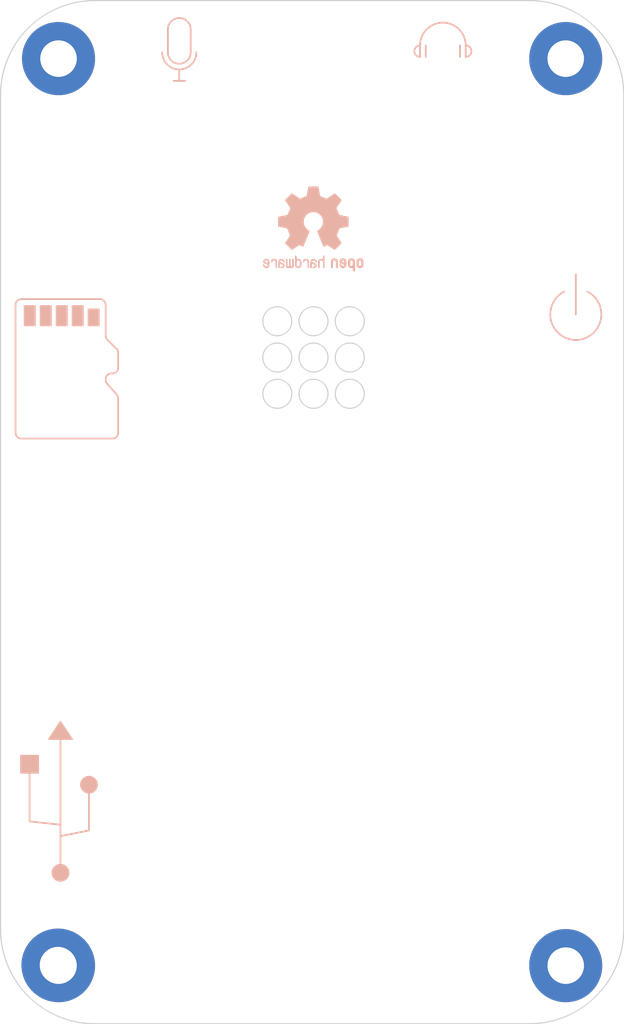
<source format=kicad_pcb>
(kicad_pcb (version 20221018) (generator pcbnew)
  (layers (0 "F.Cu" signal) (31 "B.Cu" signal) (34 "B.Paste" user) (35 "F.Paste" user) (36 "B.SilkS" user "B.Silkscreen") (37 "F.SilkS" user "F.Silkscreen") (38 "B.Mask" user) (39 "F.Mask" user) (44 "Edge.Cuts" user))
  (net 0 "")
  (net 1 "GND")
  (footprint "MountingHole:MountingHole_3.2mm_M3_Pad" (layer "F.Cu") (at 129.417834 133.227834)
    (fp_text reference "H3" hide)
    (fp_text value "MountingHole_Pad" hide)
    (pad "1" thru_hole circle (at 0 0) (size 6.4 6.4) (drill 3.2) (layers "*.Cu" "*.Mask") (net 1 "GND"))
  )
  (footprint "MountingHole:MountingHole_3.2mm_M3_Pad" (layer "F.Cu") (at 129.417834 53.852834)
    (fp_text reference "H1" hide)
    (fp_text value "MountingHole_Pad" hide)
    (pad "1" thru_hole circle (at 0 0) (size 6.4 6.4) (drill 3.2) (layers "*.Cu" "*.Mask") (net 1 "GND"))
  )
  (footprint "" (layer "F.Cu") (at 129.37 133.185)
    (fp_text reference "" (at 0 0) (layer "F.SilkS") (effects (font (size 1.27 1.27))))
    (fp_text value "" (at 0 0) (layer "F.SilkS") (effects (font (size 1.27 1.27))))
    (pad "1" thru_hole circle (at 0 0) (size 6.4 6.4) (drill 3.2) (layers "*.Cu" "*.Mask") (net 1 "GND"))
  )
  (footprint "MountingHole:MountingHole_3.2mm_M3_Pad" (layer "F.Cu") (at 173.867834 133.227834)
    (fp_text reference "H4" hide)
    (fp_text value "MountingHole_Pad" hide)
    (pad "1" thru_hole circle (at 0 0) (size 6.4 6.4) (drill 3.2) (layers "*.Cu" "*.Mask") (net 1 "GND"))
  )
  (footprint "MountingHole:MountingHole_3.2mm_M3_Pad" (layer "F.Cu") (at 173.867834 53.852834)
    (fp_text reference "H2" hide)
    (fp_text value "MountingHole_Pad" hide)
    (pad "1" thru_hole circle (at 0 0) (size 6.4 6.4) (drill 3.2) (layers "*.Cu" "*.Mask") (net 1 "GND"))
  )
  (footprint "Symbol:OSHW-Logo2_9.8x8mm_SilkScreen" (layer "B.Cu") (at 151.75 68.75 180)
    (fp_text reference "REF**" hide)
    (fp_text value "OSHW-Logo2_9.8x8mm_SilkScreen" hide)
    (fp_poly (pts (xy 3.570807 -2.636782) (xy 3.594161 -2.646988) (xy 3.649902 -2.691134) (xy 3.697569 -2.754967) (xy 3.727048 -2.823087) (xy 3.731846 -2.85667) (xy 3.71576 -2.903556) (xy 3.680475 -2.928365) (xy 3.642644 -2.943387) (xy 3.625321 -2.946155) (xy 3.616886 -2.926066) (xy 3.60023 -2.882351) (xy 3.592923 -2.862598) (xy 3.551948 -2.794271) (xy 3.492622 -2.760191) (xy 3.416552 -2.761239) (xy 3.410918 -2.762581) (xy 3.370305 -2.781836) (xy 3.340448 -2.819375) (xy 3.320055 -2.879809) (xy 3.307836 -2.967751) (xy 3.3025 -3.087813) (xy 3.302 -3.151698) (xy 3.301752 -3.252403) (xy 3.300126 -3.321054) (xy 3.295801 -3.364673) (xy 3.287454 -3.390282) (xy 3.273765 -3.404903) (xy 3.253411 -3.415558) (xy 3.252234 -3.416095) (xy 3.213038 -3.432667) (xy 3.193619 -3.438769) (xy 3.190635 -3.420319) (xy 3.188081 -3.369323) (xy 3.18614 -3.292308) (xy 3.184997 -3.195805) (xy 3.184769 -3.125184) (xy 3.185932 -2.988525) (xy 3.190479 -2.884851) (xy 3.199999 -2.808108) (xy 3.216081 -2.752246) (xy 3.240313 -2.711212) (xy 3.274286 -2.678954) (xy 3.307833 -2.65644) (xy 3.388499 -2.626476) (xy 3.482381 -2.619718) (xy 3.570807 -2.636782)) (stroke (width 0.01)) (fill solid) (layer "B.SilkS"))
    (fp_poly (pts (xy -1.728336 -2.595089) (xy -1.665633 -2.631358) (xy -1.622039 -2.667358) (xy -1.590155 -2.705075) (xy -1.56819 -2.751199) (xy -1.554351 -2.812421) (xy -1.546847 -2.895431) (xy -1.543883 -3.006919) (xy -1.543539 -3.087062) (xy -1.543539 -3.382065) (xy -1.709615 -3.456515) (xy -1.719385 -3.133402) (xy -1.723421 -3.012729) (xy -1.727656 -2.925141) (xy -1.732903 -2.86465) (xy -1.739975 -2.825268) (xy -1.749689 -2.801007) (xy -1.762856 -2.78588) (xy -1.767081 -2.782606) (xy -1.831091 -2.757034) (xy -1.895792 -2.767153) (xy -1.934308 -2.794) (xy -1.949975 -2.813024) (xy -1.96082 -2.837988) (xy -1.967712 -2.875834) (xy -1.971521 -2.933502) (xy -1.973117 -3.017935) (xy -1.973385 -3.105928) (xy -1.973437 -3.216323) (xy -1.975328 -3.294463) (xy -1.981655 -3.347165) (xy -1.995017 -3.381242) (xy -2.018015 -3.403511) (xy -2.053246 -3.420787) (xy -2.100303 -3.438738) (xy -2.151697 -3.458278) (xy -2.145579 -3.111485) (xy -2.143116 -2.986468) (xy -2.140233 -2.894082) (xy -2.136102 -2.827881) (xy -2.129893 -2.78142) (xy -2.120774 -2.748256) (xy -2.107917 -2.721944) (xy -2.092416 -2.698729) (xy -2.017629 -2.624569) (xy -1.926372 -2.581684) (xy -1.827117 -2.571412) (xy -1.728336 -2.595089)) (stroke (width 0.01)) (fill solid) (layer "B.SilkS"))
    (fp_poly (pts (xy 0.713362 -2.62467) (xy 0.802117 -2.657421) (xy 0.874022 -2.71535) (xy 0.902144 -2.756128) (xy 0.932802 -2.830954) (xy 0.932165 -2.885058) (xy 0.899987 -2.921446) (xy 0.888081 -2.927633) (xy 0.836675 -2.946925) (xy 0.810422 -2.941982) (xy 0.80153 -2.909587) (xy 0.801077 -2.891692) (xy 0.784797 -2.825859) (xy 0.742365 -2.779807) (xy 0.683388 -2.757564) (xy 0.617475 -2.763161) (xy 0.563895 -2.792229) (xy 0.545798 -2.80881) (xy 0.532971 -2.828925) (xy 0.524306 -2.859332) (xy 0.518696 -2.906788) (xy 0.515035 -2.97805) (xy 0.512215 -3.079875) (xy 0.511484 -3.112115) (xy 0.50882 -3.22241) (xy 0.505792 -3.300036) (xy 0.50125 -3.351396) (xy 0.494046 -3.38289) (xy 0.483033 -3.40092) (xy 0.46706 -3.411888) (xy 0.456834 -3.416733) (xy 0.413406 -3.433301) (xy 0.387842 -3.438769) (xy 0.379395 -3.420507) (xy 0.374239 -3.365296) (xy 0.372346 -3.272499) (xy 0.373689 -3.141478) (xy 0.374107 -3.121269) (xy 0.377058 -3.001733) (xy 0.380548 -2.914449) (xy 0.385514 -2.852591) (xy 0.392893 -2.809336) (xy 0.403624 -2.77786) (xy 0.418645 -2.751339) (xy 0.426502 -2.739975) (xy 0.471553 -2.689692) (xy 0.52194 -2.650581) (xy 0.528108 -2.647167) (xy 0.618458 -2.620212) (xy 0.713362 -2.62467)) (stroke (width 0.01)) (fill solid) (layer "B.SilkS"))
    (fp_poly (pts (xy -0.840154 -2.49212) (xy -0.834428 -2.57198) (xy -0.827851 -2.619039) (xy -0.818738 -2.639566) (xy -0.805402 -2.639829) (xy -0.801077 -2.637378) (xy -0.743556 -2.619636) (xy -0.668732 -2.620672) (xy -0.592661 -2.63891) (xy -0.545082 -2.662505) (xy -0.496298 -2.700198) (xy -0.460636 -2.742855) (xy -0.436155 -2.797057) (xy -0.420913 -2.869384) (xy -0.41297 -2.966419) (xy -0.410384 -3.094742) (xy -0.410338 -3.119358) (xy -0.410308 -3.39587) (xy -0.471839 -3.41732) (xy -0.515541 -3.431912) (xy -0.539518 -3.438706) (xy -0.540223 -3.438769) (xy -0.542585 -3.420345) (xy -0.544594 -3.369526) (xy -0.546099 -3.292993) (xy -0.546947 -3.19743) (xy -0.547077 -3.139329) (xy -0.547349 -3.024771) (xy -0.548748 -2.942667) (xy -0.552151 -2.886393) (xy -0.558433 -2.849326) (xy -0.568471 -2.824844) (xy -0.583139 -2.806325) (xy -0.592298 -2.797406) (xy -0.655211 -2.761466) (xy -0.723864 -2.758775) (xy -0.786152 -2.78917) (xy -0.797671 -2.800144) (xy -0.814567 -2.820779) (xy -0.826286 -2.845256) (xy -0.833767 -2.880647) (xy -0.837946 -2.934026) (xy -0.839763 -3.012466) (xy -0.840154 -3.120617) (xy -0.840154 -3.39587) (xy -0.901685 -3.41732) (xy -0.945387 -3.431912) (xy -0.969364 -3.438706) (xy -0.97007 -3.438769) (xy -0.971874 -3.420069) (xy -0.9735 -3.367322) (xy -0.974883 -3.285557) (xy -0.975958 -3.179805) (xy -0.97666 -3.055094) (xy -0.976923 -2.916455) (xy -0.976923 -2.381806) (xy -0.849923 -2.328236) (xy -0.840154 -2.49212)) (stroke (width 0.01)) (fill solid) (layer "B.SilkS"))
    (fp_poly (pts (xy 2.395929 -2.636662) (xy 2.398911 -2.688068) (xy 2.401247 -2.766192) (xy 2.402749 -2.864857) (xy 2.403231 -2.968343) (xy 2.403231 -3.318533) (xy 2.341401 -3.380363) (xy 2.298793 -3.418462) (xy 2.26139 -3.433895) (xy 2.21027 -3.432918) (xy 2.189978 -3.430433) (xy 2.126554 -3.4232) (xy 2.074095 -3.419055) (xy 2.061308 -3.418672) (xy 2.018199 -3.421176) (xy 1.956544 -3.427462) (xy 1.932638 -3.430433) (xy 1.873922 -3.435028) (xy 1.834464 -3.425046) (xy 1.795338 -3.394228) (xy 1.781215 -3.380363) (xy 1.719385 -3.318533) (xy 1.719385 -2.663503) (xy 1.76915 -2.640829) (xy 1.812002 -2.624034) (xy 1.837073 -2.618154) (xy 1.843501 -2.636736) (xy 1.849509 -2.688655) (xy 1.854697 -2.768172) (xy 1.858664 -2.869546) (xy 1.860577 -2.955192) (xy 1.865923 -3.292231) (xy 1.91256 -3.298825) (xy 1.954976 -3.294214) (xy 1.97576 -3.279287) (xy 1.98157 -3.251377) (xy 1.98653 -3.191925) (xy 1.990246 -3.108466) (xy 1.992324 -3.008532) (xy 1.992624 -2.957104) (xy 1.992923 -2.661054) (xy 2.054454 -2.639604) (xy 2.098004 -2.62502) (xy 2.121694 -2.618219) (xy 2.122377 -2.618154) (xy 2.124754 -2.636642) (xy 2.127366 -2.687906) (xy 2.129995 -2.765649) (xy 2.132421 -2.863574) (xy 2.134115 -2.955192) (xy 2.139461 -3.292231) (xy 2.256692 -3.292231) (xy 2.262072 -2.984746) (xy 2.267451 -2.677261) (xy 2.324601 -2.647707) (xy 2.366797 -2.627413) (xy 2.39177 -2.618204) (xy 2.392491 -2.618154) (xy 2.395929 -2.636662)) (stroke (width 0.01)) (fill solid) (layer "B.SilkS"))
    (fp_poly (pts (xy -3.983114 -2.587256) (xy -3.891536 -2.635409) (xy -3.823951 -2.712905) (xy -3.799943 -2.762727) (xy -3.781262 -2.837533) (xy -3.771699 -2.932052) (xy -3.770792 -3.03521) (xy -3.778079 -3.135935) (xy -3.793097 -3.223153) (xy -3.815385 -3.285791) (xy -3.822235 -3.296579) (xy -3.903368 -3.377105) (xy -3.999734 -3.425336) (xy -4.104299 -3.43945) (xy -4.210032 -3.417629) (xy -4.239457 -3.404547) (xy -4.296759 -3.364231) (xy -4.34705 -3.310775) (xy -4.351803 -3.303995) (xy -4.371122 -3.271321) (xy -4.383892 -3.236394) (xy -4.391436 -3.190414) (xy -4.395076 -3.124584) (xy -4.396135 -3.030105) (xy -4.396154 -3.008923) (xy -4.396106 -3.002182) (xy -4.200769 -3.002182) (xy -4.199632 -3.091349) (xy -4.195159 -3.15052) (xy -4.185754 -3.188741) (xy -4.169824 -3.215053) (xy -4.161692 -3.223846) (xy -4.114942 -3.257261) (xy -4.069553 -3.255737) (xy -4.02366 -3.226752) (xy -3.996288 -3.195809) (xy -3.980077 -3.150643) (xy -3.970974 -3.07942) (xy -3.970349 -3.071114) (xy -3.968796 -2.942037) (xy -3.985035 -2.846172) (xy -4.018848 -2.784107) (xy -4.070016 -2.756432) (xy -4.08828 -2.754923) (xy -4.13624 -2.762513) (xy -4.169047 -2.788808) (xy -4.189105 -2.839095) (xy -4.198822 -2.918664) (xy -4.200769 -3.002182) (xy -4.396106 -3.002182) (xy -4.395426 -2.908249) (xy -4.392371 -2.837906) (xy -4.385678 -2.789163) (xy -4.37404 -2.753288) (xy -4.356147 -2.721548) (xy -4.352192 -2.715648) (xy -4.285733 -2.636104) (xy -4.213315 -2.589929) (xy -4.125151 -2.571599) (xy -4.095213 -2.570703) (xy -3.983114 -2.587256)) (stroke (width 0.01)) (fill solid) (layer "B.SilkS"))
    (fp_poly (pts (xy 4.245224 -2.647838) (xy 4.322528 -2.698361) (xy 4.359814 -2.74359) (xy 4.389353 -2.825663) (xy 4.391699 -2.890607) (xy 4.386385 -2.977445) (xy 4.186115 -3.065103) (xy 4.088739 -3.109887) (xy 4.025113 -3.145913) (xy 3.992029 -3.177117) (xy 3.98628 -3.207436) (xy 4.004658 -3.240805) (xy 4.024923 -3.262923) (xy 4.083889 -3.298393) (xy 4.148024 -3.300879) (xy 4.206926 -3.273235) (xy 4.250197 -3.21832) (xy 4.257936 -3.198928) (xy 4.295006 -3.138364) (xy 4.337654 -3.112552) (xy 4.396154 -3.090471) (xy 4.396154 -3.174184) (xy 4.390982 -3.23115) (xy 4.370723 -3.279189) (xy 4.328262 -3.334346) (xy 4.321951 -3.341514) (xy 4.27472 -3.390585) (xy 4.234121 -3.41692) (xy 4.183328 -3.429035) (xy 4.14122 -3.433003) (xy 4.065902 -3.433991) (xy 4.012286 -3.421466) (xy 3.978838 -3.402869) (xy 3.926268 -3.361975) (xy 3.889879 -3.317748) (xy 3.86685 -3.262126) (xy 3.854359 -3.187047) (xy 3.849587 -3.084449) (xy 3.849206 -3.032376) (xy 3.850501 -2.969948) (xy 3.968471 -2.969948) (xy 3.969839 -3.003438) (xy 3.973249 -3.008923) (xy 3.995753 -3.001472) (xy 4.044182 -2.981753) (xy 4.108908 -2.953718) (xy 4.122443 -2.947692) (xy 4.204244 -2.906096) (xy 4.249312 -2.869538) (xy 4.259217 -2.835296) (xy 4.235526 -2.800648) (xy 4.21596 -2.785339) (xy 4.14536 -2.754721) (xy 4.07928 -2.75978) (xy 4.023959 -2.797151) (xy 3.985636 -2.863473) (xy 3.973349 -2.916116) (xy 3.968471 -2.969948) (xy 3.850501 -2.969948) (xy 3.85173 -2.91072) (xy 3.861032 -2.82071) (xy 3.87946 -2.755167) (xy 3.90936 -2.706912) (xy 3.95308 -2.668767) (xy 3.972141 -2.65644) (xy 4.058726 -2.624336) (xy 4.153522 -2.622316) (xy 4.245224 -2.647838)) (stroke (width 0.01)) (fill solid) (layer "B.SilkS"))
    (fp_poly (pts (xy 1.602081 -2.780289) (xy 1.601833 -2.92632) (xy 1.600872 -3.038655) (xy 1.598794 -3.122678) (xy 1.595193 -3.183769) (xy 1.589665 -3.227309) (xy 1.581804 -3.258679) (xy 1.571207 -3.283262) (xy 1.563182 -3.297294) (xy 1.496728 -3.373388) (xy 1.41247 -3.421084) (xy 1.319249 -3.438199) (xy 1.2259 -3.422546) (xy 1.170312 -3.394418) (xy 1.111957 -3.34576) (xy 1.072186 -3.286333) (xy 1.04819 -3.208507) (xy 1.037161 -3.104652) (xy 1.035599 -3.028462) (xy 1.035809 -3.022986) (xy 1.172308 -3.022986) (xy 1.173141 -3.110355) (xy 1.176961 -3.168192) (xy 1.185746 -3.206029) (xy 1.201474 -3.233398) (xy 1.220266 -3.254042) (xy 1.283375 -3.29389) (xy 1.351137 -3.297295) (xy 1.415179 -3.264025) (xy 1.420164 -3.259517) (xy 1.441439 -3.236067) (xy 1.454779 -3.208166) (xy 1.462001 -3.166641) (xy 1.464923 -3.102316) (xy 1.465385 -3.0312) (xy 1.464383 -2.941858) (xy 1.460238 -2.882258) (xy 1.451236 -2.843089) (xy 1.435667 -2.81504) (xy 1.422902 -2.800144) (xy 1.3636 -2.762575) (xy 1.295301 -2.758057) (xy 1.23011 -2.786753) (xy 1.217528 -2.797406) (xy 1.196111 -2.821063) (xy 1.182744 -2.849251) (xy 1.175566 -2.891245) (xy 1.172719 -2.956319) (xy 1.172308 -3.022986) (xy 1.035809 -3.022986) (xy 1.040322 -2.905765) (xy 1.056362 -2.813577) (xy 1.086528 -2.744269) (xy 1.133629 -2.690211) (xy 1.170312 -2.662505) (xy 1.23699 -2.632572) (xy 1.314272 -2.618678) (xy 1.38611 -2.622397) (xy 1.426308 -2.6374) (xy 1.442082 -2.64167) (xy 1.45255 -2.62575) (xy 1.459856 -2.583089) (xy 1.465385 -2.518106) (xy 1.471437 -2.445732) (xy 1.479844 -2.402187) (xy 1.495141 -2.377287) (xy 1.521864 -2.360845) (xy 1.538654 -2.353564) (xy 1.602154 -2.326963) (xy 1.602081 -2.780289)) (stroke (width 0.01)) (fill solid) (layer "B.SilkS"))
    (fp_poly (pts (xy -2.465746 -2.599745) (xy -2.388714 -2.651567) (xy -2.329184 -2.726412) (xy -2.293622 -2.821654) (xy -2.286429 -2.891756) (xy -2.287246 -2.921009) (xy -2.294086 -2.943407) (xy -2.312888 -2.963474) (xy -2.349592 -2.985733) (xy -2.410138 -3.014709) (xy -2.500466 -3.054927) (xy -2.500923 -3.055129) (xy -2.584067 -3.09321) (xy -2.652247 -3.127025) (xy -2.698495 -3.152933) (xy -2.715842 -3.167295) (xy -2.715846 -3.167411) (xy -2.700557 -3.198685) (xy -2.664804 -3.233157) (xy -2.623758 -3.25799) (xy -2.602963 -3.262923) (xy -2.54623 -3.245862) (xy -2.497373 -3.203133) (xy -2.473535 -3.156155) (xy -2.450603 -3.121522) (xy -2.405682 -3.082081) (xy -2.352877 -3.048009) (xy -2.30629 -3.02948) (xy -2.296548 -3.028462) (xy -2.285582 -3.045215) (xy -2.284921 -3.088039) (xy -2.29298 -3.145781) (xy -2.308173 -3.207289) (xy -2.328914 -3.261409) (xy -2.329962 -3.26351) (xy -2.392379 -3.35066) (xy -2.473274 -3.409939) (xy -2.565144 -3.439034) (xy -2.660487 -3.435634) (xy -2.751802 -3.397428) (xy -2.755862 -3.394741) (xy -2.827694 -3.329642) (xy -2.874927 -3.244705) (xy -2.901066 -3.133021) (xy -2.904574 -3.101643) (xy -2.910787 -2.953536) (xy -2.903339 -2.884468) (xy -2.715846 -2.884468) (xy -2.71341 -2.927552) (xy -2.700086 -2.940126) (xy -2.666868 -2.930719) (xy -2.614506 -2.908483) (xy -2.555976 -2.88061) (xy -2.554521 -2.879872) (xy -2.504911 -2.853777) (xy -2.485 -2.836363) (xy -2.48991 -2.818107) (xy -2.510584 -2.79412) (xy -2.563181 -2.759406) (xy -2.619823 -2.756856) (xy -2.670631 -2.782119) (xy -2.705724 -2.830847) (xy -2.715846 -2.884468) (xy -2.903339 -2.884468) (xy -2.898008 -2.835036) (xy -2.865222 -2.741055) (xy -2.819579 -2.675215) (xy -2.737198 -2.608681) (xy -2.646454 -2.575676) (xy -2.553815 -2.573573) (xy -2.465746 -2.599745)) (stroke (width 0.01)) (fill solid) (layer "B.SilkS"))
    (fp_poly (pts (xy 0.053501 -2.626303) (xy 0.13006 -2.654733) (xy 0.130936 -2.655279) (xy 0.178285 -2.690127) (xy 0.213241 -2.730852) (xy 0.237825 -2.783925) (xy 0.254062 -2.855814) (xy 0.263975 -2.952992) (xy 0.269586 -3.081928) (xy 0.270077 -3.100298) (xy 0.277141 -3.377287) (xy 0.217695 -3.408028) (xy 0.174681 -3.428802) (xy 0.14871 -3.438646) (xy 0.147509 -3.438769) (xy 0.143014 -3.420606) (xy 0.139444 -3.371612) (xy 0.137248 -3.300031) (xy 0.136769 -3.242068) (xy 0.136758 -3.14817) (xy 0.132466 -3.089203) (xy 0.117503 -3.061079) (xy 0.085482 -3.059706) (xy 0.030014 -3.080998) (xy -0.053731 -3.120136) (xy -0.115311 -3.152643) (xy -0.146983 -3.180845) (xy -0.156294 -3.211582) (xy -0.156308 -3.213104) (xy -0.140943 -3.266054) (xy -0.095453 -3.29466) (xy -0.025834 -3.298803) (xy 0.024313 -3.298084) (xy 0.050754 -3.312527) (xy 0.067243 -3.347218) (xy 0.076733 -3.391416) (xy 0.063057 -3.416493) (xy 0.057907 -3.420082) (xy 0.009425 -3.434496) (xy -0.058469 -3.436537) (xy -0.128388 -3.426983) (xy -0.177932 -3.409522) (xy -0.24643 -3.351364) (xy -0.285366 -3.270408) (xy -0.293077 -3.20716) (xy -0.287193 -3.150111) (xy -0.265899 -3.103542) (xy -0.223735 -3.062181) (xy -0.155241 -3.020755) (xy -0.054956 -2.973993) (xy -0.048846 -2.97135) (xy 0.04149 -2.929617) (xy 0.097235 -2.895391) (xy 0.121129 -2.864635) (xy 0.115913 -2.833311) (xy 0.084328 -2.797383) (xy 0.074883 -2.789116) (xy 0.011617 -2.757058) (xy -0.053936 -2.758407) (xy -0.111028 -2.789838) (xy -0.148907 -2.848024) (xy -0.152426 -2.859446) (xy -0.1867 -2.914837) (xy -0.230191 -2.941518) (xy -0.293077 -2.96796) (xy -0.293077 -2.899548) (xy -0.273948 -2.80011) (xy -0.217169 -2.708902) (xy -0.187622 -2.678389) (xy -0.120458 -2.639228) (xy -0.035044 -2.6215) (xy 0.053501 -2.626303)) (stroke (width 0.01)) (fill solid) (layer "B.SilkS"))
    (fp_poly (pts (xy -3.231114 -2.584505) (xy -3.156461 -2.621727) (xy -3.090569 -2.690261) (xy -3.072423 -2.715648) (xy -3.052655 -2.748866) (xy -3.039828 -2.784945) (xy -3.03249 -2.833098) (xy -3.029187 -2.902536) (xy -3.028462 -2.994206) (xy -3.031737 -3.11983) (xy -3.043123 -3.214154) (xy -3.064959 -3.284523) (xy -3.099581 -3.338286) (xy -3.14933 -3.382788) (xy -3.152986 -3.385423) (xy -3.202015 -3.412377) (xy -3.261055 -3.425712) (xy -3.336141 -3.429) (xy -3.458205 -3.429) (xy -3.458256 -3.547497) (xy -3.459392 -3.613492) (xy -3.466314 -3.652202) (xy -3.484402 -3.675419) (xy -3.519038 -3.694933) (xy -3.527355 -3.69892) (xy -3.56628 -3.717603) (xy -3.596417 -3.729403) (xy -3.618826 -3.730422) (xy -3.634567 -3.716761) (xy -3.644698 -3.684522) (xy -3.650277 -3.629804) (xy -3.652365 -3.548711) (xy -3.652019 -3.437344) (xy -3.6503 -3.291802) (xy -3.649763 -3.248269) (xy -3.647828 -3.098205) (xy -3.646096 -3.000042) (xy -3.458308 -3.000042) (xy -3.457252 -3.083364) (xy -3.452562 -3.13788) (xy -3.441949 -3.173837) (xy -3.423128 -3.201482) (xy -3.41035 -3.214965) (xy -3.35811 -3.254417) (xy -3.311858 -3.257628) (xy -3.264133 -3.225049) (xy -3.262923 -3.223846) (xy -3.243506 -3.198668) (xy -3.231693 -3.164447) (xy -3.225735 -3.111748) (xy -3.22388 -3.031131) (xy -3.223846 -3.013271) (xy -3.22833 -2.902175) (xy -3.242926 -2.825161) (xy -3.26935 -2.778147) (xy -3.309317 -2.75705) (xy -3.332416 -2.754923) (xy -3.387238 -2.7649) (xy -3.424842 -2.797752) (xy -3.447477 -2.857857) (xy -3.457394 -2.949598) (xy -3.458308 -3.000042) (xy -3.646096 -3.000042) (xy -3.645778 -2.98206) (xy -3.643127 -2.894679) (xy -3.639394 -2.830905) (xy -3.634093 -2.785582) (xy -3.626742 -2.753555) (xy -3.616857 -2.729668) (xy -3.603954 -2.708764) (xy -3.598421 -2.700898) (xy -3.525031 -2.626595) (xy -3.43224 -2.584467) (xy -3.324904 -2.572722) (xy -3.231114 -2.584505)) (stroke (width 0.01)) (fill solid) (layer "B.SilkS"))
    (fp_poly (pts (xy 2.887333 -2.633528) (xy 2.94359 -2.659117) (xy 2.987747 -2.690124) (xy 3.020101 -2.724795) (xy 3.042438 -2.76952) (xy 3.056546 -2.830692) (xy 3.064211 -2.914701) (xy 3.06722 -3.02794) (xy 3.067538 -3.102509) (xy 3.067538 -3.39342) (xy 3.017773 -3.416095) (xy 2.978576 -3.432667) (xy 2.959157 -3.438769) (xy 2.955442 -3.42061) (xy 2.952495 -3.371648) (xy 2.950691 -3.300153) (xy 2.950308 -3.243385) (xy 2.948661 -3.161371) (xy 2.944222 -3.096309) (xy 2.93774 -3.056467) (xy 2.93259 -3.048) (xy 2.897977 -3.056646) (xy 2.84364 -3.078823) (xy 2.780722 -3.108886) (xy 2.720368 -3.141192) (xy 2.673721 -3.170098) (xy 2.651926 -3.189961) (xy 2.651839 -3.190175) (xy 2.653714 -3.226935) (xy 2.670525 -3.262026) (xy 2.700039 -3.290528) (xy 2.743116 -3.300061) (xy 2.779932 -3.29895) (xy 2.832074 -3.298133) (xy 2.859444 -3.310349) (xy 2.875882 -3.342624) (xy 2.877955 -3.34871) (xy 2.885081 -3.394739) (xy 2.866024 -3.422687) (xy 2.816353 -3.436007) (xy 2.762697 -3.43847) (xy 2.666142 -3.42021) (xy 2.616159 -3.394131) (xy 2.554429 -3.332868) (xy 2.52169 -3.25767) (xy 2.518753 -3.178211) (xy 2.546424 -3.104167) (xy 2.588047 -3.057769) (xy 2.629604 -3.031793) (xy 2.694922 -2.998907) (xy 2.771038 -2.965557) (xy 2.783726 -2.960461) (xy 2.867333 -2.923565) (xy 2.91553 -2.891046) (xy 2.93103 -2.858718) (xy 2.91655 -2.822394) (xy 2.891692 -2.794) (xy 2.832939 -2.759039) (xy 2.768293 -2.756417) (xy 2.709008 -2.783358) (xy 2.666339 -2.837088) (xy 2.660739 -2.85095) (xy 2.628133 -2.901936) (xy 2.58053 -2.939787) (xy 2.520461 -2.97085) (xy 2.520461 -2.882768) (xy 2.523997 -2.828951) (xy 2.539156 -2.786534) (xy 2.572768 -2.741279) (xy 2.605035 -2.70642) (xy 2.655209 -2.657062) (xy 2.694193 -2.630547) (xy 2.736064 -2.619911) (xy 2.78346 -2.618154) (xy 2.887333 -2.633528)) (stroke (width 0.01)) (fill solid) (layer "B.SilkS"))
    (fp_poly (pts (xy 0.139878 3.712224) (xy 0.245612 3.711645) (xy 0.322132 3.710078) (xy 0.374372 3.707028) (xy 0.407263 3.702004) (xy 0.425737 3.694511) (xy 0.434727 3.684056) (xy 0.439163 3.670147) (xy 0.439594 3.668346) (xy 0.446333 3.635855) (xy 0.458808 3.571748) (xy 0.475719 3.482849) (xy 0.495771 3.375981) (xy 0.517664 3.257967) (xy 0.518429 3.253822) (xy 0.540359 3.138169) (xy 0.560877 3.035986) (xy 0.578659 2.953402) (xy 0.592381 2.896544) (xy 0.600718 2.871542) (xy 0.601116 2.871099) (xy 0.625677 2.85889) (xy 0.676315 2.838544) (xy 0.742095 2.814455) (xy 0.742461 2.814326) (xy 0.825317 2.783182) (xy 0.923 2.743509) (xy 1.015077 2.703619) (xy 1.019434 2.701647) (xy 1.169407 2.63358) (xy 1.501498 2.860361) (xy 1.603374 2.929496) (xy 1.695657 2.991303) (xy 1.773003 3.042267) (xy 1.830064 3.078873) (xy 1.861495 3.097606) (xy 1.864479 3.098996) (xy 1.887321 3.09281) (xy 1.929982 3.062965) (xy 1.994128 3.008053) (xy 2.081421 2.926666) (xy 2.170535 2.840078) (xy 2.256441 2.754753) (xy 2.333327 2.676892) (xy 2.396564 2.611303) (xy 2.441523 2.562795) (xy 2.463576 2.536175) (xy 2.464396 2.534805) (xy 2.466834 2.516537) (xy 2.45765 2.486705) (xy 2.434574 2.441279) (xy 2.395337 2.37623) (xy 2.33767 2.28753) (xy 2.260795 2.173343) (xy 2.19257 2.072838) (xy 2.131582 1.982697) (xy 2.081356 1.908151) (xy 2.045416 1.854435) (xy 2.027287 1.826782) (xy 2.026146 1.824905) (xy 2.028359 1.79841) (xy 2.045138 1.746914) (xy 2.073142 1.680149) (xy 2.083122 1.658828) (xy 2.126672 1.563841) (xy 2.173134 1.456063) (xy 2.210877 1.362808) (xy 2.238073 1.293594) (xy 2.259675 1.240994) (xy 2.272158 1.213503) (xy 2.273709 1.211384) (xy 2.296668 1.207876) (xy 2.350786 1.198262) (xy 2.428868 1.183911) (xy 2.523719 1.166193) (xy 2.628143 1.146475) (xy 2.734944 1.126126) (xy 2.836926 1.106514) (xy 2.926894 1.089009) (xy 2.997653 1.074978) (xy 3.042006 1.065791) (xy 3.052885 1.063193) (xy 3.064122 1.056782) (xy 3.072605 1.042303) (xy 3.078714 1.014867) (xy 3.082832 0.969589) (xy 3.085341 0.90158) (xy 3.086621 0.805953) (xy 3.087054 0.67782) (xy 3.087077 0.625299) (xy 3.087077 0.198155) (xy 2.9845 0.177909) (xy 2.927431 0.16693) (xy 2.842269 0.150905) (xy 2.739372 0.131767) (xy 2.629096 0.111449) (xy 2.598615 0.105868) (xy 2.496855 0.086083) (xy 2.408205 0.066627) (xy 2.340108 0.049303) (xy 2.300004 0.035912) (xy 2.293323 0.031921) (xy 2.276919 0.003658) (xy 2.253399 -0.051109) (xy 2.227316 -0.121588) (xy 2.222142 -0.136769) (xy 2.187956 -0.230896) (xy 2.145523 -0.337101) (xy 2.103997 -0.432473) (xy 2.103792 -0.432916) (xy 2.03464 -0.582525) (xy 2.489512 -1.251617) (xy 2.1975 -1.544116) (xy 2.10918 -1.63117) (xy 2.028625 -1.707909) (xy 1.96036 -1.770237) (xy 1.908908 -1.814056) (xy 1.878794 -1.83527) (xy 1.874474 -1.836616) (xy 1.849111 -1.826016) (xy 1.797358 -1.796547) (xy 1.724868 -1.751705) (xy 1.637294 -1.694984) (xy 1.542612 -1.631462) (xy 1.446516 -1.566668) (xy 1.360837 -1.510287) (xy 1.291016 -1.465788) (xy 1.242494 -1.436639) (xy 1.220782 -1.426308) (xy 1.194293 -1.43505) (xy 1.144062 -1.458087) (xy 1.080451 -1.490631) (xy 1.073708 -1.494249) (xy 0.988046 -1.53721) (xy 0.929306 -1.558279) (xy 0.892772 -1.558503) (xy 0.873731 -1.538928) (xy 0.87362 -1.538654) (xy 0.864102 -1.515472) (xy 0.841403 -1.460441) (xy 0.807282 -1.377822) (xy 0.7635 -1.271872) (xy 0.711816 -1.146852) (xy 0.653992 -1.00702) (xy 0.597991 -0.871637) (xy 0.536447 -0.722234) (xy 0.479939 -0.583832) (xy 0.430161 -0.460673) (xy 0.388806 -0.357002) (xy 0.357568 -0.277059) (xy 0.338141 -0.225088) (xy 0.332154 -0.205692) (xy 0.347168 -0.183443) (xy 0.386439 -0.147982) (xy 0.438807 -0.108887) (xy 0.587941 0.014755) (xy 0.704511 0.156478) (xy 0.787118 0.313296) (xy 0.834366 0.482225) (xy 0.844857 0.660278) (xy 0.837231 0.742461) (xy 0.795682 0.912969) (xy 0.724123 1.063541) (xy 0.626995 1.192691) (xy 0.508734 1.298936) (xy 0.37378 1.38079) (xy 0.226571 1.436768) (xy 0.071544 1.465385) (xy -0.086861 1.465156) (xy -0.244206 1.434595) (xy -0.396054 1.372218) (xy -0.537965 1.27654) (xy -0.597197 1.222428) (xy -0.710797 1.08348) (xy -0.789894 0.931639) (xy -0.835014 0.771333) (xy -0.846684 0.606988) (xy -0.825431 0.443029) (xy -0.77178 0.283882) (xy -0.68626 0.133975) (xy -0.569395 -0.002267) (xy -0.438807 -0.108887) (xy -0.384412 -0.149642) (xy -0.345986 -0.184718) (xy -0.332154 -0.205726) (xy -0.339397 -0.228635) (xy -0.359995 -0.283365) (xy -0.392254 -0.365672) (xy -0.434479 -0.471315) (xy -0.484977 -0.59605) (xy -0.542052 -0.735636) (xy -0.598146 -0.87167) (xy -0.660033 -1.021201) (xy -0.717356 -1.159767) (xy -0.768356 -1.283107) (xy -0.811273 -1.386964) (xy -0.844347 -1.46708) (xy -0.865819 -1.519195) (xy -0.873775 -1.538654) (xy -0.892571 -1.558423) (xy -0.928926 -1.558365) (xy -0.987521 -1.537441) (xy -1.073032 -1.494613) (xy -1.073708 -1.494249) (xy -1.138093 -1.461012) (xy -1.190139 -1.436802) (xy -1.219488 -1.426404) (xy -1.220783 -1.426308) (xy -1.242876 -1.436855) (xy -1.291652 -1.466184) (xy -1.361669 -1.510827) (xy -1.447486 -1.567314) (xy -1.542612 -1.631462) (xy -1.63946 -1.696411) (xy -1.726747 -1.752896) (xy -1.798819 -1.797421) (xy -1.850023 -1.82649) (xy -1.874474 -1.836616) (xy -1.89699 -1.823307) (xy -1.942258 -1.786112) (xy -2.005756 -1.729128) (xy -2.082961 -1.656449) (xy -2.169349 -1.572171) (xy -2.197601 -1.544016) (xy -2.489713 -1.251416) (xy -2.267369 -0.925104) (xy -2.199798 -0.824897) (xy -2.140493 -0.734963) (xy -2.092783 -0.66051) (xy -2.059993 -0.606751) (xy -2.045452 -0.578894) (xy -2.045026 -0.576912) (xy -2.052692 -0.550655) (xy -2.073311 -0.497837) (xy -2.103315 -0.42731) (xy -2.124375 -0.380093) (xy -2.163752 -0.289694) (xy -2.200835 -0.198366) (xy -2.229585 -0.1212) (xy -2.237395 -0.097692) (xy -2.259583 -0.034916) (xy -2.281273 0.013589) (xy -2.293187 0.031921) (xy -2.319477 0.043141) (xy -2.376858 0.059046) (xy -2.457882 0.077833) (xy -2.555105 0.097701) (xy -2.598615 0.105868) (xy -2.709104 0.126171) (xy -2.815084 0.14583) (xy -2.906199 0.162912) (xy -2.972092 0.175482) (xy -2.9845 0.177909) (xy -3.087077 0.198155) (xy -3.087077 0.625299) (xy -3.086847 0.765754) (xy -3.085901 0.872021) (xy -3.083859 0.948987) (xy -3.080338 1.00154) (xy -3.074957 1.034567) (xy -3.067334 1.052955) (xy -3.057088 1.061592) (xy -3.052885 1.063193) (xy -3.02753 1.068873) (xy -2.971516 1.080205) (xy -2.892036 1.095821) (xy -2.796288 1.114353) (xy -2.691467 1.134431) (xy -2.584768 1.154688) (xy -2.483387 1.173754) (xy -2.394521 1.190261) (xy -2.325363 1.202841) (xy -2.283111 1.210125) (xy -2.27371 1.211384) (xy -2.265193 1.228237) (xy -2.24634 1.27313) (xy -2.220676 1.33757) (xy -2.210877 1.362808) (xy -2.171352 1.460314) (xy -2.124808 1.568041) (xy -2.083123 1.658828) (xy -2.05245 1.728247) (xy -2.032044 1.78529) (xy -2.025232 1.820223) (xy -2.026318 1.824905) (xy -2.040715 1.847009) (xy -2.073588 1.896169) (xy -2.12141 1.967152) (xy -2.180652 2.054722) (xy -2.247785 2.153643) (xy -2.261059 2.17317) (xy -2.338954 2.28886) (xy -2.396213 2.376956) (xy -2.435119 2.441514) (xy -2.457956 2.486589) (xy -2.467006 2.516237) (xy -2.464552 2.534515) (xy -2.464489 2.534631) (xy -2.445173 2.558639) (xy -2.402449 2.605053) (xy -2.340949 2.669063) (xy -2.265302 2.745855) (xy -2.180139 2.830618) (xy -2.170535 2.840078) (xy -2.06321 2.944011) (xy -1.980385 3.020325) (xy -1.920395 3.070429) (xy -1.881577 3.09573) (xy -1.86448 3.098996) (xy -1.839527 3.08475) (xy -1.787745 3.051844) (xy -1.71448 3.003792) (xy -1.62508 2.94411) (xy -1.524889 2.876312) (xy -1.501499 2.860361) (xy -1.169407 2.63358) (xy -1.019435 2.701647) (xy -0.92823 2.741315) (xy -0.830331 2.781209) (xy -0.746169 2.813017) (xy -0.742462 2.814326) (xy -0.676631 2.838424) (xy -0.625884 2.8588) (xy -0.601158 2.871064) (xy -0.601116 2.871099) (xy -0.593271 2.893266) (xy -0.579934 2.947783) (xy -0.56243 3.02852) (xy -0.542083 3.12935) (xy -0.520218 3.244144) (xy -0.518429 3.253822) (xy -0.496496 3.372096) (xy -0.47636 3.479458) (xy -0.45932 3.569083) (xy -0.446672 3.634149) (xy -0.439716 3.667832) (xy -0.439594 3.668346) (xy -0.435361 3.682675) (xy -0.427129 3.693493) (xy -0.409967 3.701294) (xy -0.378942 3.706571) (xy -0.329122 3.709818) (xy -0.255576 3.711528) (xy -0.153371 3.712193) (xy -0.017575 3.712307) (xy 0 3.712308) (xy 0.139878 3.712224)) (stroke (width 0.01)) (fill solid) (layer "B.SilkS"))
  )
  (gr_line (start 133.67109 82.29164) (end 134.521804 83.25836) (stroke (width 0.15)) (layer "B.SilkS"))
  (gr_rect (start 130.646447 75.5) (end 131.546447 77.2) (stroke (width 0.15)) (fill solid) (layer "B.SilkS"))
  (gr_line (start 133.692894 78.446447) (end 134.500001 79.253554) (stroke (width 0.15)) (layer "B.SilkS"))
  (gr_arc (start 139 51.3) (mid 140 50.3) (end 141 51.3) (stroke (width 0.15)) (layer "B.SilkS"))
  (gr_line (start 161.1 52.7) (end 161.1 53.7) (stroke (width 0.15)) (layer "B.SilkS"))
  (gr_line (start 132.085786 121.396447) (end 132.085786 118.103554) (stroke (width 0.15)) (layer "B.SilkS"))
  (gr_arc (start 133.546447 81.9) (mid 133.692894 81.546447) (end 134.046447 81.4) (stroke (width 0.15)) (layer "B.SilkS"))
  (gr_arc (start 141 53.3) (mid 140 54.3) (end 139 53.3) (stroke (width 0.15)) (layer "B.SilkS"))
  (gr_arc (start 175.75 74.236069) (mid 174.75 78.472135) (end 173.75 74.236069) (stroke (width 0.15)) (layer "B.SilkS"))
  (gr_line (start 129.585786 120.896447) (end 126.878679 120.603553) (stroke (width 0.15)) (layer "B.SilkS"))
  (gr_arc (start 133.67109 82.29164) (mid 133.578636 82.137852) (end 133.546447 81.961326) (stroke (width 0.15)) (layer "B.SilkS"))
  (gr_line (start 140 55.8) (end 140.5 55.8) (stroke (width 0.15)) (layer "B.SilkS"))
  (gr_line (start 134.146447 81.4) (end 134.046447 81.4) (stroke (width 0.15)) (layer "B.SilkS"))
  (gr_rect (start 126.128679 114.853553) (end 127.628679 116.353553) (stroke (width 0.15)) (fill solid) (layer "B.SilkS"))
  (gr_line (start 129.585786 125.103553) (end 129.585786 111.896447) (stroke (width 0.15)) (layer "B.SilkS"))
  (gr_arc (start 133.046447 74.9) (mid 133.4 75.046447) (end 133.546447 75.4) (stroke (width 0.15)) (layer "B.SilkS"))
  (gr_arc (start 161.1 52.7) (mid 163.1 50.7) (end 165.1 52.7) (stroke (width 0.15)) (layer "B.SilkS"))
  (gr_line (start 140.5 55.8) (end 140 55.8) (stroke (width 0.15)) (layer "B.SilkS"))
  (gr_line (start 126.146447 74.9) (end 133.046447 74.9) (stroke (width 0.15)) (layer "B.SilkS"))
  (gr_line (start 164.6 53.7) (end 164.6 52.7) (stroke (width 0.15)) (layer "B.SilkS"))
  (gr_circle (center 129.585786 125.103553) (end 128.878679 125.103553) (stroke (width 0.15)) (fill solid) (layer "B.SilkS"))
  (gr_line (start 133.546447 75.4) (end 133.546447 78.092893) (stroke (width 0.15)) (layer "B.SilkS"))
  (gr_arc (start 134.521804 83.25836) (mid 134.614258 83.412148) (end 134.646447 83.588674) (stroke (width 0.15)) (layer "B.SilkS"))
  (gr_line (start 134.146447 87.1) (end 126.146447 87.1) (stroke (width 0.15)) (layer "B.SilkS"))
  (gr_arc (start 126.146447 87.1) (mid 125.792894 86.953553) (end 125.646447 86.6) (stroke (width 0.15)) (layer "B.SilkS"))
  (gr_arc (start 134.646447 86.6) (mid 134.5 86.953553) (end 134.146447 87.1) (stroke (width 0.15)) (layer "B.SilkS"))
  (gr_arc (start 125.646447 75.4) (mid 125.792894 75.046447) (end 126.146447 74.9) (stroke (width 0.15)) (layer "B.SilkS"))
  (gr_line (start 125.646447 86.6) (end 125.646447 75.4) (stroke (width 0.15)) (layer "B.SilkS"))
  (gr_arc (start 165.1 52.7) (mid 165.6 53.2) (end 165.1 53.7) (stroke (width 0.15)) (layer "B.SilkS"))
  (gr_arc (start 141.5 53.3) (mid 140 54.8) (end 138.5 53.3) (stroke (width 0.15)) (layer "B.SilkS"))
  (gr_line (start 126.878679 120.603553) (end 126.878679 116.353553) (stroke (width 0.15)) (layer "B.SilkS"))
  (gr_line (start 134.646447 79.607107) (end 134.646447 80.9) (stroke (width 0.15)) (layer "B.SilkS"))
  (gr_arc (start 134.500001 79.253554) (mid 134.608385 79.415766) (end 134.646447 79.607107) (stroke (width 0.15)) (layer "B.SilkS"))
  (gr_line (start 140 54.8) (end 140 55.8) (stroke (width 0.15)) (layer "B.SilkS"))
  (gr_rect (start 132.046447 75.8) (end 132.946447 77.2) (stroke (width 0.15)) (fill solid) (layer "B.SilkS"))
  (gr_rect (start 127.846447 75.5) (end 128.746447 77.2) (stroke (width 0.15)) (fill solid) (layer "B.SilkS"))
  (gr_line (start 161.6 52.7) (end 161.6 53.7) (stroke (width 0.15)) (layer "B.SilkS"))
  (gr_arc (start 134.646447 80.9) (mid 134.5 81.253553) (end 134.146447 81.4) (stroke (width 0.15)) (layer "B.SilkS"))
  (gr_line (start 129.585786 121.896447) (end 132.085786 121.396447) (stroke (width 0.15)) (layer "B.SilkS"))
  (gr_poly (pts (xy 128.585786 113.396447) (xy 129.585786 111.896447) (xy 130.585786 113.396447)) (stroke (width 0.15)) (fill solid) (layer "B.SilkS"))
  (gr_line (start 134.646447 83.588674) (end 134.646447 86.6) (stroke (width 0.15)) (layer "B.SilkS"))
  (gr_line (start 139 53.3) (end 139 51.3) (stroke (width 0.15)) (layer "B.SilkS"))
  (gr_rect (start 129.246447 75.5) (end 130.146447 77.2) (stroke (width 0.15)) (fill solid) (layer "B.SilkS"))
  (gr_arc (start 133.692894 78.446447) (mid 133.58451 78.284235) (end 133.546447 78.092893) (stroke (width 0.15)) (layer "B.SilkS"))
  (gr_line (start 141 53.3) (end 141 51.3) (stroke (width 0.15)) (layer "B.SilkS"))
  (gr_arc (start 161.1 53.7) (mid 160.6 53.2) (end 161.1 52.7) (stroke (width 0.15)) (layer "B.SilkS"))
  (gr_line (start 165.1 52.7) (end 165.1 53.7) (stroke (width 0.15)) (layer "B.SilkS"))
  (gr_line (start 174.75 76.236068) (end 174.75 72.736068) (stroke (width 0.15)) (layer "B.SilkS"))
  (gr_rect (start 126.446447 75.5) (end 127.346447 77.2) (stroke (width 0.15)) (fill solid) (layer "B.SilkS"))
  (gr_line (start 140 55.8) (end 139.5 55.8) (stroke (width 0.15)) (layer "B.SilkS"))
  (gr_line (start 133.546447 81.9) (end 133.546447 81.961326) (stroke (width 0.15)) (layer "B.SilkS"))
  (gr_circle (center 132.085786 117.396447) (end 131.378679 117.396447) (stroke (width 0.15)) (fill solid) (layer "B.SilkS"))
  (gr_arc (start 178.947834 130.052834) (mid 176.529991 135.889991) (end 170.692834 138.307834) (stroke (width 0.1)) (layer "Edge.Cuts"))
  (gr_line (start 132.592834 48.772834) (end 170.692834 48.772834) (stroke (width 0.1)) (layer "Edge.Cuts"))
  (gr_circle (center 148.59 83.185) (end 149.86 83.185) (stroke (width 0.1)) (fill none) (layer "Edge.Cuts"))
  (gr_circle (center 154.94 80.01) (end 156.21 80.01) (stroke (width 0.1)) (fill none) (layer "Edge.Cuts"))
  (gr_arc (start 124.337834 57.027834) (mid 126.755669 51.190669) (end 132.592834 48.772834) (stroke (width 0.1)) (layer "Edge.Cuts"))
  (gr_line (start 132.592834 138.307834) (end 170.692834 138.307834) (stroke (width 0.1)) (layer "Edge.Cuts"))
  (gr_circle (center 148.59 80.01) (end 149.86 80.01) (stroke (width 0.1)) (fill none) (layer "Edge.Cuts"))
  (gr_line (start 124.337834 57.027834) (end 124.337834 130.052834) (stroke (width 0.1)) (layer "Edge.Cuts"))
  (gr_circle (center 154.94 83.185) (end 156.21 83.185) (stroke (width 0.1)) (fill none) (layer "Edge.Cuts"))
  (gr_circle (center 151.765 83.185) (end 153.035 83.185) (stroke (width 0.1)) (fill none) (layer "Edge.Cuts"))
  (gr_arc (start 132.592834 138.307834) (mid 126.755634 135.890015) (end 124.337834 130.052834) (stroke (width 0.1)) (layer "Edge.Cuts"))
  (gr_circle (center 148.59 76.835) (end 149.86 76.835) (stroke (width 0.1)) (fill none) (layer "Edge.Cuts"))
  (gr_circle (center 151.765 80.01) (end 153.035 80.01) (stroke (width 0.1)) (fill none) (layer "Edge.Cuts"))
  (gr_circle (center 154.94 76.835) (end 156.21 76.835) (stroke (width 0.1)) (fill none) (layer "Edge.Cuts"))
  (gr_arc (start 170.692834 48.772834) (mid 176.529966 51.190682) (end 178.947834 57.027834) (stroke (width 0.1)) (layer "Edge.Cuts"))
  (gr_circle (center 151.765 76.835) (end 153.035 76.835) (stroke (width 0.1)) (fill none) (layer "Edge.Cuts"))
  (gr_line (start 178.947834 57.027834) (end 178.947834 130.052834) (stroke (width 0.1)) (layer "Edge.Cuts"))
)
</source>
